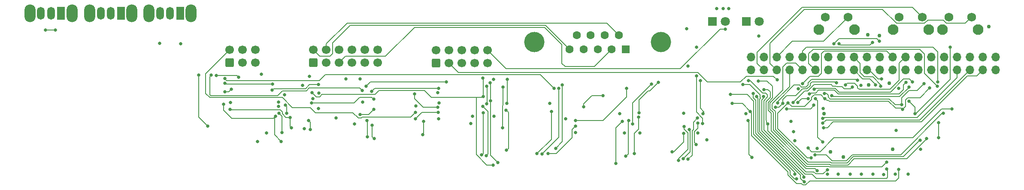
<source format=gbr>
%TF.GenerationSoftware,KiCad,Pcbnew,8.0.6*%
%TF.CreationDate,2024-10-22T08:49:39+02:00*%
%TF.ProjectId,rgb-to-hdmi,7267622d-746f-42d6-9864-6d692e6b6963,0.01*%
%TF.SameCoordinates,Original*%
%TF.FileFunction,Copper,L4,Bot*%
%TF.FilePolarity,Positive*%
%FSLAX46Y46*%
G04 Gerber Fmt 4.6, Leading zero omitted, Abs format (unit mm)*
G04 Created by KiCad (PCBNEW 8.0.6) date 2024-10-22 08:49:39*
%MOMM*%
%LPD*%
G01*
G04 APERTURE LIST*
G04 Aperture macros list*
%AMRoundRect*
0 Rectangle with rounded corners*
0 $1 Rounding radius*
0 $2 $3 $4 $5 $6 $7 $8 $9 X,Y pos of 4 corners*
0 Add a 4 corners polygon primitive as box body*
4,1,4,$2,$3,$4,$5,$6,$7,$8,$9,$2,$3,0*
0 Add four circle primitives for the rounded corners*
1,1,$1+$1,$2,$3*
1,1,$1+$1,$4,$5*
1,1,$1+$1,$6,$7*
1,1,$1+$1,$8,$9*
0 Add four rect primitives between the rounded corners*
20,1,$1+$1,$2,$3,$4,$5,0*
20,1,$1+$1,$4,$5,$6,$7,0*
20,1,$1+$1,$6,$7,$8,$9,0*
20,1,$1+$1,$8,$9,$2,$3,0*%
G04 Aperture macros list end*
%TA.AperFunction,ComponentPad*%
%ADD10C,2.100000*%
%TD*%
%TA.AperFunction,ComponentPad*%
%ADD11C,1.750000*%
%TD*%
%TA.AperFunction,ComponentPad*%
%ADD12O,1.700000X1.700000*%
%TD*%
%TA.AperFunction,ComponentPad*%
%ADD13RoundRect,0.250000X0.600000X-0.600000X0.600000X0.600000X-0.600000X0.600000X-0.600000X-0.600000X0*%
%TD*%
%TA.AperFunction,ComponentPad*%
%ADD14C,1.700000*%
%TD*%
%TA.AperFunction,ComponentPad*%
%ADD15R,1.800000X1.800000*%
%TD*%
%TA.AperFunction,ComponentPad*%
%ADD16C,1.800000*%
%TD*%
%TA.AperFunction,ComponentPad*%
%ADD17O,2.200000X3.500000*%
%TD*%
%TA.AperFunction,ComponentPad*%
%ADD18R,1.500000X2.500000*%
%TD*%
%TA.AperFunction,ComponentPad*%
%ADD19O,1.500000X2.500000*%
%TD*%
%TA.AperFunction,ComponentPad*%
%ADD20C,4.000000*%
%TD*%
%TA.AperFunction,ComponentPad*%
%ADD21R,1.600000X1.600000*%
%TD*%
%TA.AperFunction,ComponentPad*%
%ADD22C,1.600000*%
%TD*%
%TA.AperFunction,ViaPad*%
%ADD23C,0.762000*%
%TD*%
%TA.AperFunction,ViaPad*%
%ADD24C,0.660400*%
%TD*%
%TA.AperFunction,Conductor*%
%ADD25C,0.203200*%
%TD*%
G04 APERTURE END LIST*
D10*
%TO.P,SW1,*%
%TO.N,*%
X144587600Y-34182500D03*
X151597600Y-34182500D03*
D11*
%TO.P,SW1,1,1*%
%TO.N,GND*%
X145837600Y-31692500D03*
%TO.P,SW1,2,2*%
%TO.N,/GPIO16*%
X150337600Y-31692500D03*
%TD*%
D10*
%TO.P,SW2,*%
%TO.N,*%
X159218000Y-34165200D03*
X166228000Y-34165200D03*
D11*
%TO.P,SW2,1,1*%
%TO.N,GND*%
X160468000Y-31675200D03*
%TO.P,SW2,2,2*%
%TO.N,/GPIO26*%
X164968000Y-31675200D03*
%TD*%
D10*
%TO.P,SW3,*%
%TO.N,*%
X168960600Y-34165200D03*
X175970600Y-34165200D03*
D11*
%TO.P,SW3,1,1*%
%TO.N,GND*%
X170210600Y-31675200D03*
%TO.P,SW3,2,2*%
%TO.N,/GPIO19*%
X174710600Y-31675200D03*
%TD*%
D12*
%TO.P,P1,1,P1*%
%TO.N,/3V3*%
X179451000Y-42140000D03*
%TO.P,P1,2,P2*%
%TO.N,/VCC*%
X179451000Y-39600000D03*
%TO.P,P1,3,P3*%
%TO.N,/GPIO2_Q00*%
X176911000Y-42140000D03*
%TO.P,P1,4,P4*%
%TO.N,/VCC*%
X176911000Y-39600000D03*
%TO.P,P1,5,P5*%
%TO.N,/GPIO3_Q01*%
X174371000Y-42140000D03*
%TO.P,P1,6,P6*%
%TO.N,GND*%
X174371000Y-39600000D03*
%TO.P,P1,7,P7*%
%TO.N,/GPIO4_Q02*%
X171831000Y-42140000D03*
%TO.P,P1,8,P8*%
%TO.N,/TxD*%
X171831000Y-39600000D03*
%TO.P,P1,9,P9*%
%TO.N,GND*%
X169291000Y-42140000D03*
%TO.P,P1,10,P10*%
%TO.N,/RxD*%
X169291000Y-39600000D03*
%TO.P,P1,11,P11*%
%TO.N,/GPIO17_psync*%
X166751000Y-42140000D03*
%TO.P,P1,12,P12*%
%TO.N,/GPIO18_Version*%
X166751000Y-39600000D03*
%TO.P,P1,13,P13*%
%TO.N,/GPIO27_genlock*%
X164211000Y-42140000D03*
%TO.P,P1,14,P14*%
%TO.N,GND*%
X164211000Y-39600000D03*
%TO.P,P1,15,P15*%
%TO.N,/GPIO22_analog*%
X161671000Y-42140000D03*
%TO.P,P1,16,P16*%
%TO.N,/GPIO23_csync*%
X161671000Y-39600000D03*
%TO.P,P1,17,P17*%
%TO.N,/3V3*%
X159131000Y-42140000D03*
%TO.P,P1,18,P18*%
%TO.N,/GPIO24_mux*%
X159131000Y-39600000D03*
%TO.P,P1,19,P19*%
%TO.N,/GPIO10_Q08*%
X156591000Y-42140000D03*
%TO.P,P1,20,P20*%
%TO.N,GND*%
X156591000Y-39600000D03*
%TO.P,P1,21,P21*%
%TO.N,/GPIO9_Q07*%
X154051000Y-42140000D03*
%TO.P,P1,22,P22*%
%TO.N,/GPIO25_mode7*%
X154051000Y-39600000D03*
%TO.P,P1,23,P23*%
%TO.N,/GPIO11_Q09*%
X151511000Y-42140000D03*
%TO.P,P1,24,P24*%
%TO.N,/GPIO8_Q06*%
X151511000Y-39600000D03*
%TO.P,P1,25,P25*%
%TO.N,GND*%
X148971000Y-42140000D03*
%TO.P,P1,26,P26*%
%TO.N,/GPIO7_Q05*%
X148971000Y-39600000D03*
%TO.P,P1,27,P27*%
%TO.N,/GPIO0_sp_data*%
X146431000Y-42140000D03*
%TO.P,P1,28,P28*%
%TO.N,/GPIO1_sp_clken*%
X146431000Y-39600000D03*
%TO.P,P1,29,P29*%
%TO.N,/GPIO5_Q03*%
X143891000Y-42140000D03*
%TO.P,P1,30,P30*%
%TO.N,GND*%
X143891000Y-39600000D03*
%TO.P,P1,31,P31*%
%TO.N,/GPIO6_Q04*%
X141351000Y-42140000D03*
%TO.P,P1,32,P32*%
%TO.N,/GPIO12_Q10*%
X141351000Y-39600000D03*
%TO.P,P1,33,P33*%
%TO.N,/GPIO13_Q11*%
X138811000Y-42140000D03*
%TO.P,P1,34,P34*%
%TO.N,GND*%
X138811000Y-39600000D03*
%TO.P,P1,35,P35*%
%TO.N,/GPIO19*%
X136271000Y-42140000D03*
%TO.P,P1,36,P36*%
%TO.N,/GPIO16*%
X136271000Y-39600000D03*
%TO.P,P1,37,P37*%
%TO.N,/GPIO26*%
X133731000Y-42140000D03*
%TO.P,P1,38,P38*%
%TO.N,/GPIO20_sp_clk*%
X133731000Y-39600000D03*
%TO.P,P1,39,P39*%
%TO.N,GND*%
X131191000Y-42140000D03*
%TO.P,P1,40,P40*%
%TO.N,/GPIO21_clk*%
X131191000Y-39600000D03*
%TD*%
D13*
%TO.P,P2,1,Pin_1*%
%TO.N,/R1*%
X44887000Y-40717600D03*
D14*
%TO.P,P2,2,Pin_2*%
%TO.N,/B1*%
X44887000Y-38177600D03*
%TO.P,P2,3,Pin_3*%
%TO.N,GND*%
X47427000Y-40717600D03*
%TO.P,P2,4,Pin_4*%
%TO.N,/G2*%
X47427000Y-38177600D03*
%TO.P,P2,5,Pin_5*%
%TO.N,/R2*%
X49967000Y-40717600D03*
%TO.P,P2,6,Pin_6*%
%TO.N,/B2*%
X49967000Y-38177600D03*
%TO.P,P2,7,Pin_7*%
%TO.N,/R3*%
X52507000Y-40717600D03*
%TO.P,P2,8,Pin_8*%
%TO.N,/SYNC*%
X52507000Y-38177600D03*
%TO.P,P2,9,Pin_9*%
%TO.N,/G3*%
X55047000Y-40717600D03*
%TO.P,P2,10,Pin_10*%
%TO.N,/VSYNC*%
X55047000Y-38177600D03*
%TO.P,P2,11,Pin_11*%
%TO.N,/B3*%
X57587000Y-40717600D03*
%TO.P,P2,12,Pin_12*%
%TO.N,/VCC*%
X57587000Y-38177600D03*
%TD*%
D13*
%TO.P,P5,1,Pin_1*%
%TO.N,unconnected-(P5-Pin_1-Pad1)*%
X69067800Y-40768400D03*
D14*
%TO.P,P5,2,Pin_2*%
%TO.N,/G1*%
X69067800Y-38228400D03*
%TO.P,P5,3,Pin_3*%
%TO.N,/GPIO22_analog*%
X71607800Y-40768400D03*
%TO.P,P5,4,Pin_4*%
%TO.N,/R0*%
X71607800Y-38228400D03*
%TO.P,P5,5,Pin_5*%
%TO.N,/GPIO1_sp_clken*%
X74147800Y-40768400D03*
%TO.P,P5,6,Pin_6*%
%TO.N,/G0*%
X74147800Y-38228400D03*
%TO.P,P5,7,Pin_7*%
%TO.N,/GPIO0_sp_data*%
X76687800Y-40768400D03*
%TO.P,P5,8,Pin_8*%
%TO.N,/B0*%
X76687800Y-38228400D03*
%TO.P,P5,9,Pin_9*%
%TO.N,/GPIO24_mux*%
X79227800Y-40768400D03*
%TO.P,P5,10,Pin_10*%
%TO.N,/GPIO25_mode7*%
X79227800Y-38228400D03*
%TD*%
D15*
%TO.P,D1,1,K*%
%TO.N,Net-(D1-K)*%
X130272000Y-32599040D03*
D16*
%TO.P,D1,2,A*%
%TO.N,/GPIO27_genlock*%
X132812000Y-32599040D03*
%TD*%
D15*
%TO.P,D2,1,K*%
%TO.N,Net-(D2-K)*%
X123576200Y-32599040D03*
D16*
%TO.P,D2,2,A*%
%TO.N,/GPIO25_mode7*%
X126116200Y-32599040D03*
%TD*%
D17*
%TO.P,SW5,*%
%TO.N,*%
X9073000Y-30964000D03*
X773000Y-30964000D03*
D18*
%TO.P,SW5,1,A*%
%TO.N,Net-(SW5-A)*%
X6923000Y-30964000D03*
D19*
%TO.P,SW5,2,B*%
%TO.N,/R1_A*%
X4923000Y-30964000D03*
%TO.P,SW5,3,C*%
%TO.N,Net-(SW5-C)*%
X2923000Y-30964000D03*
%TD*%
D17*
%TO.P,SW6,*%
%TO.N,*%
X-2738000Y-30964000D03*
X-11038000Y-30964000D03*
D18*
%TO.P,SW6,1,A*%
%TO.N,Net-(SW6-A)*%
X-4888000Y-30964000D03*
D19*
%TO.P,SW6,2,B*%
%TO.N,/B1_A*%
X-6888000Y-30964000D03*
%TO.P,SW6,3,C*%
%TO.N,Net-(SW6-C)*%
X-8888000Y-30964000D03*
%TD*%
D13*
%TO.P,J1,1,Pin_1*%
%TO.N,GND*%
X28377000Y-40717600D03*
D14*
%TO.P,J1,2,Pin_2*%
%TO.N,/ASYNC*%
X28377000Y-38177600D03*
%TO.P,J1,3,Pin_3*%
%TO.N,/ABLUE*%
X30917000Y-40717600D03*
%TO.P,J1,4,Pin_4*%
%TO.N,/AGREEN*%
X30917000Y-38177600D03*
%TO.P,J1,5,Pin_5*%
%TO.N,/ARED*%
X33457000Y-40717600D03*
%TO.P,J1,6,Pin_6*%
%TO.N,/VCC_IN*%
X33457000Y-38177600D03*
%TD*%
D17*
%TO.P,SW4,*%
%TO.N,*%
X20757000Y-30964000D03*
X12457000Y-30964000D03*
D18*
%TO.P,SW4,1,A*%
%TO.N,Net-(SW4-A)*%
X18607000Y-30964000D03*
D19*
%TO.P,SW4,2,B*%
%TO.N,/DETECT*%
X16607000Y-30964000D03*
%TO.P,SW4,3,C*%
%TO.N,Net-(SW4-C)*%
X14607000Y-30964000D03*
%TD*%
D20*
%TO.P,J2,0*%
%TO.N,N/C*%
X113459600Y-36649040D03*
X88459600Y-36649040D03*
D21*
%TO.P,J2,1,1*%
%TO.N,GND*%
X106499600Y-38069040D03*
D22*
%TO.P,J2,2,2*%
%TO.N,/R2*%
X103729600Y-38069040D03*
%TO.P,J2,3,3*%
%TO.N,/R1*%
X100959600Y-38069040D03*
%TO.P,J2,4,4*%
%TO.N,/G1*%
X98189600Y-38069040D03*
%TO.P,J2,5,5*%
%TO.N,/B1*%
X95419600Y-38069040D03*
%TO.P,J2,6,6*%
%TO.N,/G2*%
X105114600Y-35229040D03*
%TO.P,J2,7,7*%
%TO.N,/B2*%
X102344600Y-35229040D03*
%TO.P,J2,8,8*%
%TO.N,/SYNC*%
X99574600Y-35229040D03*
%TO.P,J2,9,9*%
%TO.N,/VSYNC*%
X96804600Y-35229040D03*
%TD*%
D23*
%TO.N,/3V3*%
X154275005Y-35227005D03*
X158466004Y-44752000D03*
X145572598Y-50748000D03*
X156561000Y-35354000D03*
X159177861Y-57817716D03*
X178151000Y-33576000D03*
X154399619Y-45054781D03*
X146842600Y-58294400D03*
X149449000Y-59351817D03*
D24*
%TO.N,/VCC*%
X109250600Y-54586000D03*
X18666000Y-37001000D03*
X120680598Y-54586000D03*
X54067905Y-50955588D03*
X75925802Y-52706400D03*
X83037800Y-48693200D03*
X120426603Y-37669597D03*
X124430000Y-30020000D03*
X126843000Y-30020000D03*
X56786873Y-49880758D03*
X44125000Y-43410000D03*
X83088600Y-44019600D03*
X125700000Y-30020000D03*
X96576000Y-54459000D03*
X44770921Y-47793344D03*
X54081804Y-43918000D03*
X37978200Y-48439200D03*
%TO.N,GND*%
X162184200Y-62714000D03*
X28529400Y-48591600D03*
X91521400Y-48693200D03*
X160371000Y-45768000D03*
X150754200Y-62714000D03*
X152904077Y-45217654D03*
X139833758Y-56076811D03*
X76281400Y-51233200D03*
X144279138Y-57631787D03*
X38017237Y-49313805D03*
X118750200Y-41378000D03*
X140492600Y-45848400D03*
X45903000Y-49760000D03*
X51287800Y-43918000D03*
X106228000Y-54586000D03*
X35641396Y-54535200D03*
X69575800Y-51741200D03*
X139559440Y-54346617D03*
X69439000Y-46657000D03*
X152938600Y-62663198D03*
X159829287Y-54096439D03*
X42702600Y-45166600D03*
X164688998Y-57833000D03*
X146289024Y-62739200D03*
X155224606Y-62714000D03*
X157395906Y-62791240D03*
X54613092Y-48468093D03*
X45950993Y-46664988D03*
X105288200Y-50725200D03*
X43040241Y-53734845D03*
X139121000Y-52300000D03*
X34625400Y-42952800D03*
X14534000Y-36868500D03*
X80472400Y-51233200D03*
X65054600Y-49252000D03*
X145471000Y-49788000D03*
X148417400Y-62713998D03*
X94671000Y-51792000D03*
X159622800Y-62714000D03*
X69652296Y-48668687D03*
X52964200Y-52808000D03*
X122509400Y-55906800D03*
X80396198Y-44019600D03*
X130240939Y-50750718D03*
X132719184Y-35443182D03*
X118547000Y-34012000D03*
X39155115Y-47011357D03*
X33838000Y-56237000D03*
X117937400Y-50674400D03*
X49373000Y-51610000D03*
%TO.N,/SYNC*%
X112908200Y-44578400D03*
X140434326Y-48533326D03*
X142442673Y-47778772D03*
X109102475Y-50557064D03*
%TO.N,/VSYNC*%
X107887738Y-52757202D03*
X111587400Y-44934000D03*
X133654200Y-47358431D03*
X157958000Y-61721691D03*
%TO.N,/SPCLK*%
X168178600Y-52503200D03*
X168178596Y-55480588D03*
%TO.N,/R1*%
X139852533Y-62742425D03*
X96620317Y-52143274D03*
X106631500Y-45775100D03*
X131632207Y-46777402D03*
%TO.N,/B1*%
X132337400Y-47353193D03*
X98176200Y-49404400D03*
X102007300Y-47241400D03*
X141730776Y-64189744D03*
%TO.N,/G2*%
X121727378Y-50752230D03*
X130674283Y-44237537D03*
X121188600Y-44222800D03*
X146281840Y-61828826D03*
%TO.N,/R2*%
X144242000Y-62024000D03*
X133759570Y-46040191D03*
X134517800Y-52776206D03*
%TO.N,/B2*%
X129599394Y-44968394D03*
X120426600Y-43308400D03*
X121674333Y-52686444D03*
X141669810Y-63281385D03*
%TO.N,/R3*%
X115651400Y-58294400D03*
X117882922Y-54691278D03*
%TO.N,/B0*%
X136455386Y-48687546D03*
X152205720Y-44131771D03*
%TO.N,/G0*%
X160304600Y-61748800D03*
X127478000Y-48759932D03*
X131038000Y-50310801D03*
%TO.N,/R0*%
X148075930Y-44646671D03*
X137444604Y-48744000D03*
X136059200Y-49497030D03*
%TO.N,/G1*%
X140162926Y-63598280D03*
X127139563Y-46989932D03*
%TO.N,/GPIO27_genlock*%
X155163998Y-36751000D03*
X148564827Y-36997804D03*
%TO.N,/GPIO25_mode7*%
X126116200Y-34084000D03*
%TO.N,/GPIO0_sp_data*%
X143099000Y-59484000D03*
X138510909Y-48641907D03*
X145816841Y-47779060D03*
X161092000Y-49912200D03*
X80294600Y-60885200D03*
X78332484Y-43736200D03*
X44587393Y-46645604D03*
X166467000Y-45687800D03*
X78415000Y-47363700D03*
%TO.N,/GPIO20_sp_clk*%
X156561000Y-36496998D03*
X147567345Y-36950600D03*
X162403000Y-48300000D03*
X163583606Y-50758606D03*
X170531000Y-37640000D03*
%TO.N,/GPIO1_sp_clken*%
X145697698Y-46818268D03*
X143807157Y-58911858D03*
X79703822Y-44650978D03*
X81241553Y-60440764D03*
X169134000Y-50721000D03*
X79790600Y-48223182D03*
X165323998Y-44879002D03*
X160923849Y-49017461D03*
%TO.N,/GPIO17_psync*%
X162342012Y-45532910D03*
X147102078Y-47179290D03*
%TO.N,/GPIO18_Version*%
X145318600Y-56364000D03*
X143905791Y-47770156D03*
X163038000Y-44498000D03*
X143684726Y-45976242D03*
%TO.N,/GPIO22_analog*%
X142718000Y-46911000D03*
X161768000Y-44625000D03*
X79093125Y-45326168D03*
X79075400Y-48845600D03*
X136368000Y-44117000D03*
%TO.N,/GPIO24_mux*%
X138243761Y-49822461D03*
X143592508Y-49102167D03*
X141401200Y-44798800D03*
%TO.N,/GPIO21_clk*%
X132685000Y-44290800D03*
X158002769Y-60358091D03*
%TO.N,/GPIO2_Q00*%
X145563254Y-53540184D03*
%TO.N,/GPIO3_Q01*%
X145385000Y-52647403D03*
%TO.N,/GPIO4_Q02*%
X145385000Y-51737000D03*
%TO.N,/GPIO9_Q07*%
X156942000Y-43939673D03*
%TO.N,/GPIO11_Q09*%
X155799000Y-45133000D03*
%TO.N,/GPIO8_Q06*%
X156818498Y-45312669D03*
%TO.N,/GPIO5_Q03*%
X167991000Y-45387000D03*
%TO.N,/GPIO6_Q04*%
X165832000Y-55674000D03*
%TO.N,/GPIO12_Q10*%
X168047565Y-44495296D03*
%TO.N,/GPIO13_Q11*%
X164608606Y-56021406D03*
%TO.N,/GPIO23_csync*%
X149830000Y-45133000D03*
%TO.N,/AGREEN*%
X39584614Y-50645000D03*
X39327391Y-49102048D03*
%TO.N,/CLAMPLVL*%
X28661187Y-45966474D03*
X78364200Y-50572800D03*
X37369503Y-51285891D03*
X27383838Y-46484974D03*
X36759000Y-46102406D03*
X78087806Y-58933394D03*
X38537000Y-56237000D03*
X27157800Y-48896400D03*
X45895620Y-45043600D03*
%TO.N,/ASYNC*%
X65003800Y-50522000D03*
%TO.N,/ABLUE*%
X40315000Y-51487200D03*
X28427802Y-49887001D03*
X40561000Y-53537127D03*
X82981786Y-57953630D03*
X82856000Y-50064800D03*
%TO.N,/ARED*%
X88983348Y-58649041D03*
X38046686Y-50677405D03*
X91826200Y-50369600D03*
X38639981Y-54484400D03*
%TO.N,/SGREEN*%
X44489554Y-48659176D03*
X56756400Y-47866080D03*
%TO.N,/REFGYSYNC*%
X64851407Y-46877794D03*
X69394175Y-49492812D03*
%TO.N,/REFSYNC*%
X65003800Y-51792004D03*
X69474200Y-50522000D03*
%TO.N,/SPARE*%
X78955541Y-59073394D03*
X78309589Y-49337907D03*
%TO.N,/REFGYLO*%
X55271600Y-45341186D03*
X71089994Y-44498000D03*
%TO.N,/REFGYHI*%
X56349272Y-46354087D03*
X69558973Y-45754537D03*
%TO.N,/DETECT*%
X54539000Y-46204000D03*
X91165800Y-58650000D03*
X151180200Y-45474555D03*
X22281000Y-43156000D03*
X24693998Y-43156000D03*
X104577000Y-60555000D03*
X130631600Y-52104710D03*
X96598828Y-53211822D03*
X131374000Y-59412000D03*
X139476597Y-48591606D03*
X24059000Y-53189000D03*
X105821600Y-52325400D03*
%TO.N,/B3_A*%
X82174200Y-53570000D03*
X82275800Y-45543600D03*
%TO.N,/B2_A*%
X120680600Y-52604800D03*
X120375800Y-56850600D03*
%TO.N,/SYNC_A*%
X108193439Y-58645101D03*
X109047400Y-51465800D03*
%TO.N,/G2_A*%
X118754379Y-59777347D03*
X56469400Y-53011200D03*
X120645280Y-51625108D03*
X56875800Y-55703600D03*
%TO.N,/VSYNC_A*%
X107117000Y-52147600D03*
X106519992Y-59155645D03*
X66426200Y-54912200D03*
X66578600Y-52300000D03*
%TO.N,/TERM*%
X142464000Y-57579000D03*
X43921800Y-52118200D03*
X170839800Y-49832000D03*
X44277400Y-53925600D03*
%TO.N,/R3_A*%
X93997657Y-45086400D03*
X92674120Y-57607799D03*
X119007152Y-53887085D03*
X117851653Y-59659369D03*
%TO.N,/G0_A*%
X55504198Y-55318600D03*
X116870600Y-60017600D03*
X55399499Y-52118200D03*
X118039000Y-53336800D03*
%TO.N,/B1_A*%
X89997400Y-58700800D03*
X93315857Y-45767706D03*
%TO.N,/R1_A*%
X27402000Y-43863000D03*
X92385000Y-45797600D03*
%TO.N,Net-(SW5-C)*%
X36809800Y-44883200D03*
X27402000Y-44773403D03*
%TO.N,Net-(SW5-A)*%
X25684600Y-43257600D03*
X30155002Y-43562400D03*
%TO.N,Net-(SW6-C)*%
X-6040004Y-34266000D03*
X-7945000Y-34266000D03*
%TD*%
D25*
%TO.N,/GPIO19*%
X141676600Y-30172400D02*
X134971000Y-36878000D01*
X159909777Y-32941000D02*
X157141177Y-30172400D01*
X169139189Y-32306000D02*
X166086000Y-32306000D01*
X165451000Y-32941000D02*
X159909777Y-32941000D01*
X134971000Y-40840000D02*
X136271000Y-42140000D01*
X157141177Y-30172400D02*
X141676600Y-30172400D01*
X174710600Y-31675200D02*
X173444800Y-32941000D01*
X166086000Y-32306000D02*
X165451000Y-32941000D01*
X173444800Y-32941000D02*
X169774189Y-32941000D01*
X169774189Y-32941000D02*
X169139189Y-32306000D01*
X134971000Y-36878000D02*
X134971000Y-40840000D01*
%TO.N,/GPIO16*%
X139374000Y-36497000D02*
X145533100Y-36497000D01*
X136271000Y-39600000D02*
X139374000Y-36497000D01*
X145533100Y-36497000D02*
X150337600Y-31692500D01*
%TO.N,/GPIO26*%
X133731000Y-42140000D02*
X132431000Y-40840000D01*
X132431000Y-38656000D02*
X141321000Y-29766000D01*
X164968000Y-31675200D02*
X164368600Y-32274600D01*
X141321000Y-29766000D02*
X163058800Y-29766000D01*
X163058800Y-29766000D02*
X164968000Y-31675200D01*
X132431000Y-40840000D02*
X132431000Y-38656000D01*
%TO.N,/VCC*%
X54067905Y-50955588D02*
X55790728Y-50955588D01*
X55790728Y-50955588D02*
X56786873Y-49959443D01*
X83088600Y-48642400D02*
X83037800Y-48693200D01*
X83088600Y-44019600D02*
X83088600Y-48642400D01*
X56786873Y-49959443D02*
X56786873Y-49880758D01*
%TO.N,/SYNC*%
X110927000Y-46254800D02*
X109102475Y-48079325D01*
X111231800Y-46254800D02*
X110927000Y-46254800D01*
X141188880Y-47778772D02*
X142442673Y-47778772D01*
X140434326Y-48533326D02*
X141188880Y-47778772D01*
X112908200Y-44578400D02*
X111231800Y-46254800D01*
X109102475Y-48079325D02*
X109102475Y-50557064D01*
%TO.N,/VSYNC*%
X133345400Y-48015656D02*
X133345400Y-54121608D01*
X158171000Y-63323600D02*
X158171000Y-61934691D01*
X143266623Y-62699623D02*
X144115000Y-63548000D01*
X107887738Y-48633662D02*
X107887738Y-52757202D01*
X157946600Y-63548000D02*
X158171000Y-63323600D01*
X158171000Y-61934691D02*
X157958000Y-61721691D01*
X133345400Y-54121608D02*
X141923415Y-62699623D01*
X144115000Y-63548000D02*
X157946600Y-63548000D01*
X133654200Y-47358431D02*
X133654200Y-47706856D01*
X111587400Y-44934000D02*
X107887738Y-48633662D01*
X141923415Y-62699623D02*
X143266623Y-62699623D01*
X133654200Y-47706856D02*
X133345400Y-48015656D01*
%TO.N,/SPCLK*%
X168178600Y-52503200D02*
X168178600Y-55480584D01*
X168178600Y-55480584D02*
X168178596Y-55480588D01*
%TO.N,/R1*%
X106631500Y-47502300D02*
X106631500Y-45775100D01*
X96620317Y-52143274D02*
X101990526Y-52143274D01*
X139852533Y-62393797D02*
X132126200Y-54667464D01*
X101990526Y-52143274D02*
X106631500Y-47502300D01*
X132126200Y-48106204D02*
X131632207Y-47612211D01*
X139852533Y-62742425D02*
X139852533Y-62393797D01*
X131632207Y-47612211D02*
X131632207Y-46777402D01*
X132126200Y-54667464D02*
X132126200Y-48106204D01*
%TO.N,/B1*%
X141387399Y-63963185D02*
X141504217Y-63963185D01*
X102007300Y-47241400D02*
X99780400Y-47241400D01*
X48646200Y-36806000D02*
X52151400Y-33300800D01*
X132337400Y-47480179D02*
X132534403Y-47677182D01*
X48138200Y-39447600D02*
X48646200Y-38939600D01*
X132337400Y-47353193D02*
X132337400Y-47480179D01*
X141030652Y-62956332D02*
X140988010Y-62998974D01*
X44887000Y-38177600D02*
X46157000Y-39447600D01*
X132532600Y-54458280D02*
X141030652Y-62956332D01*
X48646200Y-38939600D02*
X48646200Y-36806000D01*
X132532600Y-47678984D02*
X132532600Y-54458280D01*
X132534403Y-47677182D02*
X132532600Y-47678984D01*
X140988010Y-62998974D02*
X140988010Y-63563796D01*
X140988010Y-63563796D02*
X141387399Y-63963185D01*
X99780400Y-47241400D02*
X98176200Y-48845600D01*
X46157000Y-39447600D02*
X48138200Y-39447600D01*
X98176200Y-48845600D02*
X98176200Y-49404400D01*
X90651360Y-33300800D02*
X95419600Y-38069040D01*
X141504217Y-63963185D02*
X141730776Y-64189744D01*
X52151400Y-33300800D02*
X90651360Y-33300800D01*
%TO.N,/G2*%
X134447400Y-47068479D02*
X134447400Y-47488392D01*
X121727378Y-50752230D02*
X121942781Y-50536827D01*
X145451666Y-62659000D02*
X146281840Y-61828826D01*
X134447400Y-47488392D02*
X133751800Y-48183992D01*
X102779960Y-32894400D02*
X105114600Y-35229040D01*
X143972777Y-62659000D02*
X145451666Y-62659000D01*
X121942781Y-50536827D02*
X121942781Y-50412581D01*
X133751800Y-48183992D02*
X133751800Y-53953272D01*
X121942781Y-50412581D02*
X121188600Y-49658400D01*
X51508119Y-32894400D02*
X102779960Y-32894400D01*
X133490730Y-46676631D02*
X134055552Y-46676631D01*
X133751800Y-53953272D02*
X142091751Y-62293223D01*
X134055552Y-46676631D02*
X134447400Y-47068479D01*
X143607000Y-62293223D02*
X143972777Y-62659000D01*
X131051636Y-44237537D02*
X133490730Y-46676631D01*
X121188600Y-49658400D02*
X121188600Y-44222800D01*
X47427000Y-38177600D02*
X47427000Y-36975519D01*
X142091751Y-62293223D02*
X143607000Y-62293223D01*
X130674283Y-44237537D02*
X131051636Y-44237537D01*
X47427000Y-36975519D02*
X51508119Y-32894400D01*
%TO.N,/R2*%
X143861000Y-61643000D02*
X144242000Y-62024000D01*
X93909000Y-40854064D02*
X94534536Y-41479600D01*
X134541455Y-46040191D02*
X134985096Y-46483832D01*
X134158200Y-52073672D02*
X134285200Y-52200672D01*
X134285200Y-52200672D02*
X134285200Y-52543606D01*
X90470536Y-33707200D02*
X93909000Y-37145664D01*
X134517800Y-52776206D02*
X134517800Y-54144536D01*
X134985096Y-47525432D02*
X134158200Y-48352328D01*
X134158200Y-48352328D02*
X134158200Y-52073672D01*
X51237000Y-39447600D02*
X59060200Y-39447600D01*
X94534536Y-41479600D02*
X100319040Y-41479600D01*
X133759570Y-46040191D02*
X134541455Y-46040191D01*
X142016264Y-61643000D02*
X143861000Y-61643000D01*
X100319040Y-41479600D02*
X103729600Y-38069040D01*
X134985096Y-46483832D02*
X134985096Y-47525432D01*
X49967000Y-40717600D02*
X51237000Y-39447600D01*
X59060200Y-39447600D02*
X64800600Y-33707200D01*
X93909000Y-37145664D02*
X93909000Y-40854064D01*
X64800600Y-33707200D02*
X90470536Y-33707200D01*
X134517800Y-54144536D02*
X142016264Y-61643000D01*
X134285200Y-52543606D02*
X134517800Y-52776206D01*
%TO.N,/B2*%
X133019200Y-47587243D02*
X133061180Y-47629223D01*
X133061180Y-47629223D02*
X133061180Y-47725140D01*
X121674333Y-51669122D02*
X121674333Y-52686444D01*
X130965173Y-44968394D02*
X133019200Y-47022421D01*
X132939000Y-47847320D02*
X132939000Y-54289944D01*
X133019200Y-47022421D02*
X133019200Y-47587243D01*
X132939000Y-54289944D02*
X141669810Y-63020754D01*
X141669810Y-63020754D02*
X141669810Y-63281385D01*
X120426600Y-50421389D02*
X121674333Y-51669122D01*
X129599394Y-44968394D02*
X130965173Y-44968394D01*
X120426600Y-43308400D02*
X120426600Y-50421389D01*
X133061180Y-47725140D02*
X132939000Y-47847320D01*
%TO.N,/R3*%
X117882922Y-54691278D02*
X117882922Y-56389078D01*
X117882922Y-56389078D02*
X115977600Y-58294400D01*
X115977600Y-58294400D02*
X115651400Y-58294400D01*
%TO.N,/B0*%
X142466073Y-45081211D02*
X142466073Y-44691736D01*
X142066684Y-45480600D02*
X142466073Y-45081211D01*
X140771189Y-45133000D02*
X141118789Y-45480600D01*
X143192938Y-43964871D02*
X152038820Y-43964871D01*
X152038820Y-43964871D02*
X152205720Y-44131771D01*
X136455386Y-48354086D02*
X139676472Y-45133000D01*
X141118789Y-45480600D02*
X142066684Y-45480600D01*
X136455386Y-48687546D02*
X136455386Y-48354086D01*
X139676472Y-45133000D02*
X140771189Y-45133000D01*
X142466073Y-44691736D02*
X143192938Y-43964871D01*
%TO.N,/G0*%
X141446216Y-64839520D02*
X141151321Y-64544625D01*
X160304600Y-61748800D02*
X160304600Y-63476000D01*
X129487131Y-48759932D02*
X131038000Y-50310801D01*
X140158625Y-64544625D02*
X138527000Y-62913000D01*
X159724600Y-64056000D02*
X142794558Y-64056000D01*
X160304600Y-63476000D02*
X159724600Y-64056000D01*
X141151321Y-64544625D02*
X140158625Y-64544625D01*
X138527000Y-62913000D02*
X138527000Y-62278000D01*
X142011038Y-64839520D02*
X141446216Y-64839520D01*
X138527000Y-62278000D02*
X131313400Y-55064400D01*
X142794558Y-64056000D02*
X142011038Y-64839520D01*
X131313400Y-50586201D02*
X131038000Y-50310801D01*
X131313400Y-55064400D02*
X131313400Y-50586201D01*
X127478000Y-48759932D02*
X129487131Y-48759932D01*
%TO.N,/R0*%
X142872473Y-44860072D02*
X143256429Y-44476116D01*
X140008816Y-47245400D02*
X141367216Y-45887000D01*
X137444604Y-48744000D02*
X136691574Y-49497030D01*
X143256429Y-44476116D02*
X147905375Y-44476116D01*
X141367216Y-45887000D02*
X142235020Y-45887000D01*
X142872473Y-45249547D02*
X142872473Y-44860072D01*
X138206600Y-47245400D02*
X140008816Y-47245400D01*
X136691574Y-49497030D02*
X136059200Y-49497030D01*
X137444604Y-48744000D02*
X137444604Y-48007396D01*
X142235020Y-45887000D02*
X142872473Y-45249547D01*
X147905375Y-44476116D02*
X148075930Y-44646671D01*
X137444604Y-48007396D02*
X138206600Y-47245400D01*
%TO.N,/G1*%
X138933400Y-62049400D02*
X131719800Y-54835800D01*
X139787016Y-63598280D02*
X138933400Y-62744664D01*
X131719800Y-48274540D02*
X130435192Y-46989932D01*
X131719800Y-54835800D02*
X131719800Y-48274540D01*
X140162926Y-63598280D02*
X139787016Y-63598280D01*
X138933400Y-62744664D02*
X138933400Y-62049400D01*
X130435192Y-46989932D02*
X127139563Y-46989932D01*
%TO.N,/GPIO27_genlock*%
X148564827Y-36997804D02*
X148793023Y-37226000D01*
X148793023Y-37226000D02*
X154688998Y-37226000D01*
X154688998Y-37226000D02*
X155163998Y-36751000D01*
%TO.N,/GPIO25_mode7*%
X79227800Y-38228400D02*
X82885400Y-41886000D01*
X125079989Y-34084000D02*
X126116200Y-34084000D01*
X82885400Y-41886000D02*
X117277989Y-41886000D01*
X117277989Y-41886000D02*
X125079989Y-34084000D01*
%TO.N,/GPIO0_sp_data*%
X76992600Y-58802400D02*
X76992600Y-47618000D01*
X164536600Y-47618200D02*
X166467000Y-45687800D01*
X79075400Y-60885200D02*
X76992600Y-58802400D01*
X161721200Y-48017589D02*
X162120589Y-47618200D01*
X80294600Y-60885200D02*
X79075400Y-60885200D01*
X138510909Y-48641907D02*
X139222602Y-49353600D01*
X78415000Y-43818716D02*
X78332484Y-43736200D01*
X141781011Y-49353600D02*
X143179200Y-47955411D01*
X138510909Y-48641907D02*
X136495000Y-50657816D01*
X161092000Y-49912200D02*
X161721200Y-49283000D01*
X78232700Y-47546000D02*
X78415000Y-47363700D01*
X158298490Y-48267490D02*
X159736000Y-49705000D01*
X142276736Y-59484000D02*
X143099000Y-59484000D01*
X161721200Y-49283000D02*
X161721200Y-48017589D01*
X143647294Y-47064442D02*
X144979661Y-47064442D01*
X57048791Y-46996149D02*
X46584043Y-46996149D01*
X68173611Y-47546000D02*
X66823611Y-46196000D01*
X139222602Y-49353600D02*
X141781011Y-49353600D01*
X145694279Y-47779060D02*
X145816841Y-47779060D01*
X146174453Y-48136672D02*
X146520513Y-48136672D01*
X146520513Y-48136672D02*
X146651331Y-48267490D01*
X160884800Y-49705000D02*
X161092000Y-49912200D01*
X46114392Y-47465800D02*
X45407589Y-47465800D01*
X146651331Y-48267490D02*
X158298490Y-48267490D01*
X45407589Y-47465800D02*
X44587393Y-46645604D01*
X76920600Y-47546000D02*
X78232700Y-47546000D01*
X162120589Y-47618200D02*
X164536600Y-47618200D01*
X136495000Y-53702264D02*
X142276736Y-59484000D01*
X78415000Y-47363700D02*
X78415000Y-43818716D01*
X143179200Y-47955411D02*
X143179200Y-47532536D01*
X143179200Y-47532536D02*
X143647294Y-47064442D01*
X76992600Y-47618000D02*
X76920600Y-47546000D01*
X144979661Y-47064442D02*
X145694279Y-47779060D01*
X46584043Y-46996149D02*
X46114392Y-47465800D01*
X76920600Y-47546000D02*
X68173611Y-47546000D01*
X57848940Y-46196000D02*
X57048791Y-46996149D01*
X66823611Y-46196000D02*
X57848940Y-46196000D01*
X136495000Y-50657816D02*
X136495000Y-53702264D01*
X159736000Y-49705000D02*
X160884800Y-49705000D01*
X145816841Y-47779060D02*
X146174453Y-48136672D01*
%TO.N,/GPIO20_sp_clk*%
X156006202Y-35942200D02*
X148575745Y-35942200D01*
X162403000Y-48300000D02*
X163583606Y-49480606D01*
X170531000Y-37640000D02*
X170531000Y-43990000D01*
X148575745Y-35942200D02*
X147567345Y-36950600D01*
X156561000Y-36496998D02*
X156006202Y-35942200D01*
X163762394Y-50758606D02*
X163583606Y-50758606D01*
X163583606Y-49480606D02*
X163583606Y-50758606D01*
X170531000Y-43990000D02*
X163762394Y-50758606D01*
%TO.N,/GPIO1_sp_clken*%
X163988290Y-46214710D02*
X165323998Y-44879002D01*
X79808000Y-48205782D02*
X79808000Y-44755156D01*
X146420278Y-47115923D02*
X146420278Y-47461701D01*
X151206037Y-58863491D02*
X149985111Y-60084417D01*
X168880000Y-50721000D02*
X160737509Y-58863491D01*
X145697698Y-46818268D02*
X145719777Y-46796189D01*
X160923849Y-47664992D02*
X162374131Y-46214710D01*
X146053291Y-58911858D02*
X143807157Y-58911858D01*
X158466826Y-47861090D02*
X159623197Y-49017461D01*
X145719777Y-46796189D02*
X146100544Y-46796189D01*
X147225850Y-60084417D02*
X146053291Y-58911858D01*
X146420278Y-47461701D02*
X146819667Y-47861090D01*
X149985111Y-60084417D02*
X147225850Y-60084417D01*
X160923849Y-49017461D02*
X160923849Y-47664992D01*
X79808000Y-44755156D02*
X79703822Y-44650978D01*
X79790600Y-48223182D02*
X79790600Y-58989811D01*
X146100544Y-46796189D02*
X146420278Y-47115923D01*
X162374131Y-46214710D02*
X163988290Y-46214710D01*
X159623197Y-49017461D02*
X160923849Y-49017461D01*
X79790600Y-58989811D02*
X81241553Y-60440764D01*
X79790600Y-48223182D02*
X79808000Y-48205782D01*
X160737509Y-58863491D02*
X151206037Y-58863491D01*
X146819667Y-47861090D02*
X158466826Y-47861090D01*
X169134000Y-50721000D02*
X168880000Y-50721000D01*
%TO.N,/GPIO17_psync*%
X162342012Y-45532910D02*
X162342012Y-45589935D01*
X162342012Y-45589935D02*
X160512947Y-47419000D01*
X160512947Y-47419000D02*
X147341788Y-47419000D01*
X147341788Y-47419000D02*
X147102078Y-47179290D01*
%TO.N,/GPIO18_Version*%
X161266589Y-43943200D02*
X158705189Y-46504600D01*
X163038000Y-44498000D02*
X162483200Y-43943200D01*
X147826804Y-45730068D02*
X143930900Y-45730068D01*
X143930900Y-45730068D02*
X143684726Y-45976242D01*
X144368998Y-55414398D02*
X144368998Y-48233363D01*
X158705189Y-46504600D02*
X148601336Y-46504600D01*
X148601336Y-46504600D02*
X147826804Y-45730068D01*
X162483200Y-43943200D02*
X161266589Y-43943200D01*
X145318600Y-56364000D02*
X144368998Y-55414398D01*
X144368998Y-48233363D02*
X143905791Y-47770156D01*
%TO.N,/GPIO22_analog*%
X135630776Y-43379776D02*
X130261224Y-43379776D01*
X148433000Y-46911000D02*
X147658468Y-46136468D01*
X79075400Y-48845600D02*
X79126200Y-48794800D01*
X161306800Y-45086200D02*
X161306800Y-46050411D01*
X129113400Y-44527600D02*
X130261224Y-43379776D01*
X144488711Y-46136468D02*
X143967137Y-46658042D01*
X120680600Y-42597200D02*
X122611000Y-44527600D01*
X136368000Y-44117000D02*
X135630776Y-43379776D01*
X122611000Y-44527600D02*
X129113400Y-44527600D01*
X147658468Y-46136468D02*
X144488711Y-46136468D01*
X143967137Y-46658042D02*
X142970958Y-46658042D01*
X71607800Y-40768400D02*
X73436600Y-42597200D01*
X161306800Y-46050411D02*
X160446211Y-46911000D01*
X161768000Y-44625000D02*
X161306800Y-45086200D01*
X142970958Y-46658042D02*
X142718000Y-46911000D01*
X79126200Y-48794800D02*
X79126200Y-45359243D01*
X73436600Y-42597200D02*
X120680600Y-42597200D01*
X160446211Y-46911000D02*
X148433000Y-46911000D01*
X79126200Y-45359243D02*
X79093125Y-45326168D01*
%TO.N,/GPIO24_mux*%
X142956026Y-49822461D02*
X143592508Y-49185979D01*
X145131000Y-38910000D02*
X145131000Y-42763534D01*
X138243761Y-49822461D02*
X142956026Y-49822461D01*
X144522403Y-43372131D02*
X142827869Y-43372131D01*
X145131000Y-42763534D02*
X144522403Y-43372131D01*
X142827869Y-43372131D02*
X141401200Y-44798800D01*
X157976200Y-38445200D02*
X145595800Y-38445200D01*
X159131000Y-39600000D02*
X157976200Y-38445200D01*
X145595800Y-38445200D02*
X145131000Y-38910000D01*
X143592508Y-49185979D02*
X143592508Y-49102167D01*
%TO.N,/GPIO21_clk*%
X135479000Y-47606264D02*
X134564600Y-48520664D01*
X135199600Y-54191336D02*
X142155290Y-61147026D01*
X134382800Y-44290800D02*
X135479000Y-45387000D01*
X146564251Y-61147026D02*
X146720842Y-61303617D01*
X134564600Y-48520664D02*
X134564600Y-50060600D01*
X157057243Y-61303617D02*
X158002769Y-60358091D01*
X132685000Y-44290800D02*
X134382800Y-44290800D01*
X146720842Y-61303617D02*
X157057243Y-61303617D01*
X135199600Y-50695600D02*
X135199600Y-54191336D01*
X135479000Y-45387000D02*
X135479000Y-47606264D01*
X134564600Y-50060600D02*
X135199600Y-50695600D01*
X142155290Y-61147026D02*
X146564251Y-61147026D01*
%TO.N,/GPIO2_Q00*%
X175756200Y-43294800D02*
X173893200Y-43294800D01*
X176911000Y-42140000D02*
X175756200Y-43294800D01*
X147395625Y-52399847D02*
X146255288Y-53540184D01*
X164788153Y-52399847D02*
X147395625Y-52399847D01*
X146255288Y-53540184D02*
X145563254Y-53540184D01*
X173893200Y-43294800D02*
X164788153Y-52399847D01*
%TO.N,/GPIO3_Q01*%
X146038956Y-51993447D02*
X145385000Y-52647403D01*
X174371000Y-42140000D02*
X164517553Y-51993447D01*
X164517553Y-51993447D02*
X146038956Y-51993447D01*
%TO.N,/GPIO4_Q02*%
X145385000Y-51737000D02*
X145592200Y-51529800D01*
X171831000Y-43654211D02*
X171831000Y-42140000D01*
X163955411Y-51529800D02*
X171831000Y-43654211D01*
X145592200Y-51529800D02*
X163955411Y-51529800D01*
%TO.N,/GPIO9_Q07*%
X154471947Y-42140000D02*
X156271620Y-43939673D01*
X156271620Y-43939673D02*
X156942000Y-43939673D01*
X154051000Y-42140000D02*
X154471947Y-42140000D01*
%TO.N,/GPIO11_Q09*%
X154693877Y-43900877D02*
X155799000Y-45006000D01*
X155799000Y-45006000D02*
X155799000Y-45133000D01*
X151511000Y-42140000D02*
X153271877Y-43900877D01*
X153271877Y-43900877D02*
X154693877Y-43900877D01*
X155799000Y-45133000D02*
X155981000Y-45133000D01*
%TO.N,/GPIO8_Q06*%
X156818498Y-45061287D02*
X156818498Y-45312669D01*
X153592213Y-43494477D02*
X155251688Y-43494477D01*
X152751000Y-40840000D02*
X152751000Y-42653264D01*
X152751000Y-42653264D02*
X153592213Y-43494477D01*
X155251688Y-43494477D02*
X156818498Y-45061287D01*
X151511000Y-39600000D02*
X152751000Y-40840000D01*
%TO.N,/GPIO5_Q03*%
X143891000Y-42140000D02*
X142591000Y-40840000D01*
X143462200Y-38038800D02*
X164513334Y-38038800D01*
X142591000Y-40840000D02*
X142591000Y-38910000D01*
X142591000Y-38910000D02*
X143462200Y-38038800D01*
X164513334Y-38038800D02*
X165451000Y-38976466D01*
X165451000Y-42847000D02*
X167991000Y-45387000D01*
X165451000Y-38976466D02*
X165451000Y-42847000D01*
%TO.N,/GPIO6_Q04*%
X134971000Y-48689000D02*
X137511000Y-46149000D01*
X165832000Y-55674000D02*
X165832000Y-55762223D01*
X142323626Y-60740626D02*
X135606000Y-54023000D01*
X146889178Y-60897217D02*
X146732587Y-60740626D01*
X135606000Y-50527264D02*
X134971000Y-49892264D01*
X146732587Y-60740626D02*
X142323626Y-60740626D01*
X137511000Y-46149000D02*
X137511000Y-41577000D01*
X161917932Y-59676291D02*
X151542709Y-59676291D01*
X151542709Y-59676291D02*
X150321783Y-60897217D01*
X140026000Y-40815000D02*
X141351000Y-42140000D01*
X134971000Y-49892264D02*
X134971000Y-48689000D01*
X137511000Y-41577000D02*
X138273000Y-40815000D01*
X138273000Y-40815000D02*
X140026000Y-40815000D01*
X150321783Y-60897217D02*
X146889178Y-60897217D01*
X165832000Y-55762223D02*
X161917932Y-59676291D01*
X135606000Y-54023000D02*
X135606000Y-50527264D01*
%TO.N,/GPIO12_Q10*%
X167094400Y-37632400D02*
X168047565Y-38585565D01*
X142116519Y-37632400D02*
X167094400Y-37632400D01*
X141351000Y-38397919D02*
X142116519Y-37632400D01*
X168047565Y-38585565D02*
X168047565Y-44495296D01*
X141351000Y-39600000D02*
X141351000Y-38397919D01*
%TO.N,/GPIO13_Q11*%
X138811000Y-45423736D02*
X135377400Y-48857336D01*
X146900923Y-60334226D02*
X147057514Y-60490817D01*
X151374373Y-59269891D02*
X161271897Y-59269891D01*
X147057514Y-60490817D02*
X150153447Y-60490817D01*
X136012400Y-50358928D02*
X136012400Y-53854664D01*
X142491962Y-60334226D02*
X146900923Y-60334226D01*
X161271897Y-59269891D02*
X164520382Y-56021406D01*
X135377400Y-49723928D02*
X136012400Y-50358928D01*
X150153447Y-60490817D02*
X151374373Y-59269891D01*
X164520382Y-56021406D02*
X164608606Y-56021406D01*
X136012400Y-53854664D02*
X142491962Y-60334226D01*
X135377400Y-48857336D02*
X135377400Y-49723928D01*
X138811000Y-42140000D02*
X138811000Y-45423736D01*
%TO.N,/GPIO23_csync*%
X158663853Y-45971200D02*
X160463253Y-44171800D01*
X160463253Y-44171800D02*
X160463253Y-40807747D01*
X150211000Y-44752000D02*
X151610524Y-44752000D01*
X152547800Y-45971200D02*
X158663853Y-45971200D01*
X151610524Y-44752000D02*
X152243000Y-45384476D01*
X152243000Y-45666400D02*
X152547800Y-45971200D01*
X152243000Y-45384476D02*
X152243000Y-45666400D01*
X149830000Y-45133000D02*
X150211000Y-44752000D01*
X160463253Y-40807747D02*
X161671000Y-39600000D01*
%TO.N,/AGREEN*%
X39584614Y-49359271D02*
X39327391Y-49102048D01*
X39584614Y-50645000D02*
X39584614Y-49359271D01*
%TO.N,/CLAMPLVL*%
X44101064Y-45043600D02*
X43296264Y-45848400D01*
X28142687Y-46484974D02*
X27383838Y-46484974D01*
X37248842Y-51406552D02*
X37369503Y-51285891D01*
X78364200Y-50572800D02*
X78364200Y-58657000D01*
X43296264Y-45848400D02*
X37013006Y-45848400D01*
X38537000Y-56237000D02*
X37248842Y-54948842D01*
X27157800Y-48896400D02*
X27157800Y-50064800D01*
X27157800Y-50064800D02*
X28795696Y-51702696D01*
X45895620Y-45043600D02*
X44101064Y-45043600D01*
X28661187Y-45966474D02*
X28142687Y-46484974D01*
X37248842Y-54948842D02*
X37248842Y-51406552D01*
X36952698Y-51702696D02*
X37369503Y-51285891D01*
X78364200Y-58657000D02*
X78087806Y-58933394D01*
X28795696Y-51702696D02*
X36952698Y-51702696D01*
X37013006Y-45848400D02*
X36759000Y-46102406D01*
%TO.N,/ASYNC*%
X23630169Y-42924431D02*
X28377000Y-38177600D01*
X44293000Y-49578000D02*
X40737998Y-49578000D01*
X24439877Y-47573174D02*
X23630169Y-46763466D01*
X45309000Y-50594000D02*
X44293000Y-49578000D01*
X54551304Y-51436400D02*
X54350316Y-51637388D01*
X53718388Y-51637388D02*
X52675000Y-50594000D01*
X64089400Y-51436400D02*
X54551304Y-51436400D01*
X40737998Y-49578000D02*
X38733172Y-47573174D01*
X54350316Y-51637388D02*
X53718388Y-51637388D01*
X52675000Y-50594000D02*
X45309000Y-50594000D01*
X65003800Y-50522000D02*
X64089400Y-51436400D01*
X38733172Y-47573174D02*
X24439877Y-47573174D01*
X23630169Y-46763466D02*
X23630169Y-42924431D01*
%TO.N,/ABLUE*%
X83342600Y-57592816D02*
X82981786Y-57953630D01*
X40315000Y-51487200D02*
X40315000Y-53291127D01*
X38728486Y-50784469D02*
X38728486Y-50394994D01*
X82856000Y-50064800D02*
X83342600Y-50551400D01*
X40315000Y-51487200D02*
X39431217Y-51487200D01*
X28536406Y-49995605D02*
X28427802Y-49887001D01*
X38728486Y-50394994D02*
X38329097Y-49995605D01*
X39431217Y-51487200D02*
X38728486Y-50784469D01*
X38329097Y-49995605D02*
X28536406Y-49995605D01*
X40315000Y-53291127D02*
X40561000Y-53537127D01*
X83342600Y-50551400D02*
X83342600Y-57592816D01*
%TO.N,/ARED*%
X91826200Y-55806189D02*
X88983348Y-58649041D01*
X91826200Y-50369600D02*
X91826200Y-55806189D01*
X38639981Y-54484400D02*
X38639981Y-51270700D01*
X38639981Y-51270700D02*
X38046686Y-50677405D01*
%TO.N,/SGREEN*%
X54018639Y-47511550D02*
X56401870Y-47511550D01*
X56401870Y-47511550D02*
X56756400Y-47866080D01*
X44489554Y-48659176D02*
X52871013Y-48659176D01*
X52871013Y-48659176D02*
X54018639Y-47511550D01*
%TO.N,/REFGYSYNC*%
X69394175Y-49492812D02*
X66514612Y-49492812D01*
X64851407Y-47829607D02*
X64851407Y-46877794D01*
X66514612Y-49492812D02*
X64851407Y-47829607D01*
%TO.N,/REFSYNC*%
X66273804Y-50522000D02*
X65003800Y-51792004D01*
X69474200Y-50522000D02*
X66273804Y-50522000D01*
%TO.N,/SPARE*%
X78309589Y-49337907D02*
X79278600Y-50306918D01*
X79278600Y-58750335D02*
X78955541Y-59073394D01*
X79278600Y-50306918D02*
X79278600Y-58750335D01*
%TO.N,/REFGYLO*%
X55271600Y-45341186D02*
X56114786Y-44498000D01*
X56114786Y-44498000D02*
X71089994Y-44498000D01*
%TO.N,/REFGYHI*%
X56948822Y-45754537D02*
X69558973Y-45754537D01*
X56349272Y-46354087D02*
X56948822Y-45754537D01*
%TO.N,/DETECT*%
X24059000Y-53189000D02*
X22281000Y-51411000D01*
X147995140Y-45323668D02*
X148134672Y-45463200D01*
X38740200Y-46254800D02*
X37828226Y-47166774D01*
X139476597Y-48591606D02*
X141774803Y-46293400D01*
X24693998Y-43208862D02*
X24693998Y-43156000D01*
X149547589Y-45814800D02*
X150839955Y-45814800D01*
X149195989Y-45463200D02*
X149547589Y-45814800D01*
X150839955Y-45814800D02*
X151180200Y-45474555D01*
X104577000Y-53570000D02*
X105821600Y-52325400D01*
X148134672Y-45463200D02*
X149195989Y-45463200D01*
X54539000Y-46204000D02*
X54028894Y-45693894D01*
X130802498Y-58840498D02*
X130802498Y-52275608D01*
X147321796Y-45323668D02*
X147995140Y-45323668D01*
X143683075Y-45013681D02*
X147011809Y-45013681D01*
X24465400Y-47023961D02*
X24465400Y-43437460D01*
X37828226Y-47166774D02*
X24608213Y-47166774D01*
X142403356Y-46293400D02*
X143683075Y-45013681D01*
X141774803Y-46293400D02*
X142403356Y-46293400D01*
X54028894Y-45693894D02*
X44025506Y-45693894D01*
X24608213Y-47166774D02*
X24465400Y-47023961D01*
X24465400Y-43437460D02*
X24693998Y-43208862D01*
X44025506Y-45693894D02*
X43464600Y-46254800D01*
X104577000Y-60555000D02*
X104577000Y-53570000D01*
X43464600Y-46254800D02*
X38740200Y-46254800D01*
X22281000Y-51411000D02*
X22281000Y-43156000D01*
X96598828Y-53211822D02*
X95900937Y-53909713D01*
X147011809Y-45013681D02*
X147321796Y-45323668D01*
X95900937Y-55489663D02*
X92740600Y-58650000D01*
X95900937Y-53909713D02*
X95900937Y-55489663D01*
X130802498Y-52275608D02*
X130631600Y-52104710D01*
X92740600Y-58650000D02*
X91165800Y-58650000D01*
X131374000Y-59412000D02*
X130802498Y-58840498D01*
%TO.N,/B3_A*%
X82174200Y-53570000D02*
X82174200Y-49200211D01*
X82174200Y-49200211D02*
X82275800Y-49098611D01*
X82275800Y-49098611D02*
X82275800Y-45543600D01*
%TO.N,/B2_A*%
X119998800Y-56473600D02*
X120375800Y-56850600D01*
X119998800Y-54303589D02*
X119998800Y-56473600D01*
X120680600Y-53621789D02*
X119998800Y-54303589D01*
X120680600Y-52604800D02*
X120680600Y-53621789D01*
%TO.N,/SYNC_A*%
X109047400Y-51465800D02*
X109047400Y-53824989D01*
X108171365Y-54701024D02*
X108171365Y-58623027D01*
X109047400Y-53824989D02*
X108171365Y-54701024D01*
X108171365Y-58623027D02*
X108193439Y-58645101D01*
%TO.N,/G2_A*%
X56469400Y-55297200D02*
X56875800Y-55703600D01*
X119592400Y-54135253D02*
X119592400Y-58939326D01*
X56469400Y-53011200D02*
X56469400Y-55297200D01*
X119592400Y-58939326D02*
X118754379Y-59777347D01*
X120645280Y-51625108D02*
X119846400Y-52423988D01*
X119846400Y-52423988D02*
X119846400Y-53881253D01*
X119846400Y-53881253D02*
X119592400Y-54135253D01*
%TO.N,/VSYNC_A*%
X106994000Y-58681637D02*
X106994000Y-52270600D01*
X66578600Y-54759800D02*
X66426200Y-54912200D01*
X106994000Y-52270600D02*
X107117000Y-52147600D01*
X106519992Y-59155645D02*
X106994000Y-58681637D01*
X66578600Y-52300000D02*
X66578600Y-54759800D01*
%TO.N,/TERM*%
X44277400Y-52473800D02*
X43921800Y-52118200D01*
X147582309Y-55526547D02*
X144838636Y-58270220D01*
X144838636Y-58270220D02*
X143155220Y-58270220D01*
X143155220Y-58270220D02*
X142464000Y-57579000D01*
X168804789Y-49832000D02*
X163110242Y-55526547D01*
X163110242Y-55526547D02*
X147582309Y-55526547D01*
X170839800Y-49832000D02*
X168804789Y-49832000D01*
X44277400Y-53925600D02*
X44277400Y-52473800D01*
%TO.N,/R3_A*%
X93997657Y-45086400D02*
X93997660Y-45086403D01*
X119007152Y-53887085D02*
X119178000Y-54057933D01*
X119178000Y-54057933D02*
X119178000Y-58333022D01*
X119178000Y-58333022D02*
X117851653Y-59659369D01*
X93997660Y-45086403D02*
X93997660Y-56284259D01*
X93997660Y-56284259D02*
X92674120Y-57607799D01*
%TO.N,/G0_A*%
X118771600Y-57775211D02*
X118771600Y-54568885D01*
X118039000Y-53836285D02*
X118039000Y-53336800D01*
X118771600Y-54568885D02*
X118039000Y-53836285D01*
X55504200Y-52222901D02*
X55399499Y-52118200D01*
X55504198Y-55318600D02*
X55504200Y-55318598D01*
X55504200Y-55318598D02*
X55504200Y-52222901D01*
X116870600Y-60017600D02*
X116870600Y-59676211D01*
X116870600Y-59676211D02*
X118771600Y-57775211D01*
%TO.N,/B1_A*%
X93315857Y-45767706D02*
X93315857Y-55382343D01*
X93315857Y-55382343D02*
X89997400Y-58700800D01*
%TO.N,/R1_A*%
X92385000Y-45797600D02*
X89641800Y-43054400D01*
X89641800Y-43054400D02*
X47196561Y-43054400D01*
X46033596Y-44217365D02*
X27756365Y-44217365D01*
X27756365Y-44217365D02*
X27402000Y-43863000D01*
X47196561Y-43054400D02*
X46033596Y-44217365D01*
%TO.N,Net-(SW5-C)*%
X36809800Y-44883200D02*
X27511797Y-44883200D01*
X27511797Y-44883200D02*
X27402000Y-44773403D01*
%TO.N,Net-(SW5-A)*%
X25714200Y-43228000D02*
X25684600Y-43257600D01*
X29820602Y-43228000D02*
X25714200Y-43228000D01*
X30155002Y-43562400D02*
X29820602Y-43228000D01*
%TO.N,Net-(SW6-C)*%
X-7945000Y-34266000D02*
X-6040004Y-34266000D01*
%TD*%
M02*

</source>
